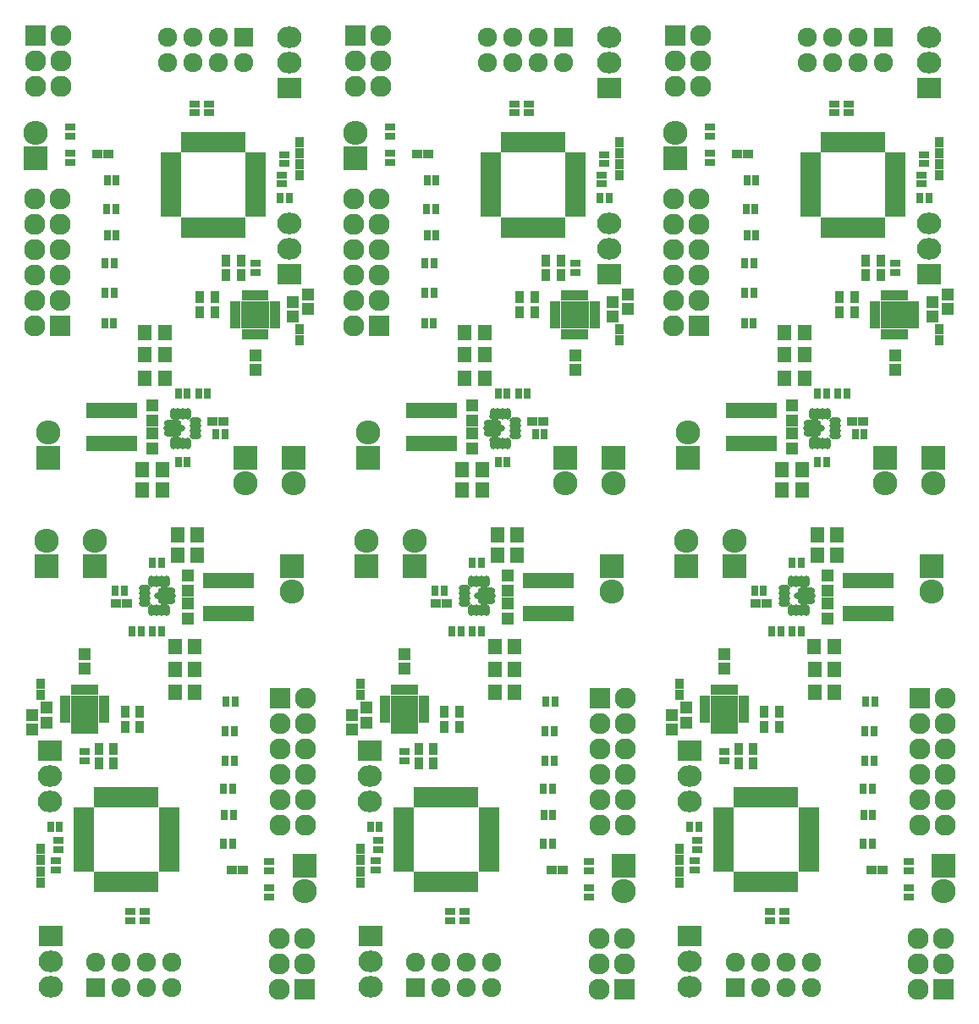
<source format=gts>
G04 #@! TF.FileFunction,Soldermask,Top*
%FSLAX46Y46*%
G04 Gerber Fmt 4.6, Leading zero omitted, Abs format (unit mm)*
G04 Created by KiCad (PCBNEW 4.0.6) date 12/25/17 20:13:07*
%MOMM*%
%LPD*%
G01*
G04 APERTURE LIST*
%ADD10C,0.100000*%
%ADD11R,1.000000X0.800000*%
%ADD12R,0.900000X1.000000*%
%ADD13R,0.900000X1.300000*%
%ADD14R,2.432000X2.127200*%
%ADD15O,2.432000X2.127200*%
%ADD16R,0.800000X1.000000*%
%ADD17R,1.924000X1.924000*%
%ADD18C,1.924000*%
%ADD19R,1.000000X0.900000*%
%ADD20R,2.000000X0.950000*%
%ADD21R,0.950000X2.000000*%
%ADD22R,2.127200X2.127200*%
%ADD23O,2.127200X2.127200*%
%ADD24R,2.432000X2.432000*%
%ADD25O,2.432000X2.432000*%
%ADD26R,1.150000X1.200000*%
%ADD27R,1.400000X1.650000*%
%ADD28R,5.100000X1.600000*%
%ADD29O,1.150000X0.650000*%
%ADD30O,0.650000X1.150000*%
%ADD31O,1.750000X0.650000*%
%ADD32O,2.150000X0.650000*%
%ADD33R,0.700000X1.130000*%
%ADD34R,1.130000X0.700000*%
%ADD35R,1.650000X1.650000*%
G04 APERTURE END LIST*
D10*
D11*
X29190566Y83744476D03*
X29190566Y82844476D03*
X29444566Y84876476D03*
X29444566Y85776476D03*
D12*
X30968566Y84802476D03*
X30968566Y83702476D03*
X30968566Y87046476D03*
X30968566Y85946476D03*
D13*
X23614566Y75159276D03*
X25114566Y75159276D03*
D14*
X30002566Y73838476D03*
D15*
X30002566Y76378476D03*
X30002566Y78918476D03*
D13*
X23614566Y73736876D03*
X25114566Y73736876D03*
D11*
X26554166Y73984754D03*
X26554166Y74884754D03*
D16*
X29052566Y81458476D03*
X29952566Y81458476D03*
D17*
X25424566Y97536476D03*
D18*
X25424566Y94996476D03*
X22884566Y97536476D03*
X22884566Y94996476D03*
X20344566Y97536476D03*
X20344566Y94996476D03*
X17804566Y97536476D03*
X17804566Y94996476D03*
D11*
X20503766Y89956476D03*
X20503766Y90856476D03*
D14*
X29952566Y92416476D03*
D15*
X29952566Y94956476D03*
X29952566Y97496476D03*
D11*
X21926166Y89949276D03*
X21926166Y90849276D03*
D19*
X11812566Y85790476D03*
X10712566Y85790476D03*
D16*
X11668566Y80332876D03*
X12568566Y80332876D03*
X11734566Y83172476D03*
X12634566Y83172476D03*
X11734566Y77672476D03*
X12634566Y77672476D03*
D20*
X26594566Y79946476D03*
X26594566Y80746476D03*
X26594566Y81546476D03*
X26594566Y82346476D03*
X26594566Y83146476D03*
X26594566Y83946476D03*
X26594566Y84746476D03*
X26594566Y85546476D03*
D21*
X25144566Y86996476D03*
X24344566Y86996476D03*
X23544566Y86996476D03*
X22744566Y86996476D03*
X21944566Y86996476D03*
X21144566Y86996476D03*
X20344566Y86996476D03*
X19544566Y86996476D03*
D20*
X18094566Y85546476D03*
X18094566Y84746476D03*
X18094566Y83946476D03*
X18094566Y83146476D03*
X18094566Y82346476D03*
X18094566Y81546476D03*
X18094566Y80746476D03*
X18094566Y79946476D03*
D21*
X19544566Y78496476D03*
X20344566Y78496476D03*
X21144566Y78496476D03*
X21944566Y78496476D03*
X22744566Y78496476D03*
X23544566Y78496476D03*
X24344566Y78496476D03*
X25144566Y78496476D03*
D22*
X4552566Y97714476D03*
D23*
X7092566Y97714476D03*
X4552566Y95174476D03*
X7092566Y95174476D03*
X4552566Y92634476D03*
X7092566Y92634476D03*
D11*
X8054566Y85870476D03*
X8054566Y84970476D03*
D24*
X4554566Y85370476D03*
D25*
X4554566Y87910476D03*
D11*
X8054566Y88520476D03*
X8054566Y87620476D03*
X40054566Y88520476D03*
X40054566Y87620476D03*
X40054566Y85870476D03*
X40054566Y84970476D03*
D24*
X36554566Y85370476D03*
D25*
X36554566Y87910476D03*
D22*
X36552566Y97714476D03*
D23*
X39092566Y97714476D03*
X36552566Y95174476D03*
X39092566Y95174476D03*
X36552566Y92634476D03*
X39092566Y92634476D03*
D19*
X43812566Y85790476D03*
X42712566Y85790476D03*
X75812566Y85790476D03*
X74712566Y85790476D03*
D24*
X68554566Y85370476D03*
D25*
X68554566Y87910476D03*
D11*
X72054566Y88520476D03*
X72054566Y87620476D03*
X72054566Y85870476D03*
X72054566Y84970476D03*
D16*
X75734566Y83172476D03*
X76634566Y83172476D03*
D22*
X70974566Y68592476D03*
D23*
X68434566Y68592476D03*
X70974566Y71132476D03*
X68434566Y71132476D03*
X70974566Y73672476D03*
X68434566Y73672476D03*
X70974566Y76212476D03*
X68434566Y76212476D03*
X70974566Y78752476D03*
X68434566Y78752476D03*
X70974566Y81292476D03*
X68434566Y81292476D03*
D16*
X93052566Y81458476D03*
X93952566Y81458476D03*
D11*
X93444566Y84876476D03*
X93444566Y85776476D03*
D12*
X94968566Y87046476D03*
X94968566Y85946476D03*
X94968566Y84802476D03*
X94968566Y83702476D03*
D11*
X93190566Y83744476D03*
X93190566Y82844476D03*
X84503766Y89956476D03*
X84503766Y90856476D03*
X85926166Y89949276D03*
X85926166Y90849276D03*
D17*
X89424566Y97536476D03*
D18*
X89424566Y94996476D03*
X86884566Y97536476D03*
X86884566Y94996476D03*
X84344566Y97536476D03*
X84344566Y94996476D03*
X81804566Y97536476D03*
X81804566Y94996476D03*
D20*
X90594566Y79946476D03*
X90594566Y80746476D03*
X90594566Y81546476D03*
X90594566Y82346476D03*
X90594566Y83146476D03*
X90594566Y83946476D03*
X90594566Y84746476D03*
X90594566Y85546476D03*
D21*
X89144566Y86996476D03*
X88344566Y86996476D03*
X87544566Y86996476D03*
X86744566Y86996476D03*
X85944566Y86996476D03*
X85144566Y86996476D03*
X84344566Y86996476D03*
X83544566Y86996476D03*
D20*
X82094566Y85546476D03*
X82094566Y84746476D03*
X82094566Y83946476D03*
X82094566Y83146476D03*
X82094566Y82346476D03*
X82094566Y81546476D03*
X82094566Y80746476D03*
X82094566Y79946476D03*
D21*
X83544566Y78496476D03*
X84344566Y78496476D03*
X85144566Y78496476D03*
X85944566Y78496476D03*
X86744566Y78496476D03*
X87544566Y78496476D03*
X88344566Y78496476D03*
X89144566Y78496476D03*
D14*
X93952566Y92416476D03*
D15*
X93952566Y94956476D03*
X93952566Y97496476D03*
D22*
X68552566Y97714476D03*
D23*
X71092566Y97714476D03*
X68552566Y95174476D03*
X71092566Y95174476D03*
X68552566Y92634476D03*
X71092566Y92634476D03*
D11*
X90554166Y73984754D03*
X90554166Y74884754D03*
D13*
X87614566Y75159276D03*
X89114566Y75159276D03*
X87614566Y73736876D03*
X89114566Y73736876D03*
D14*
X94002566Y73838476D03*
D15*
X94002566Y76378476D03*
X94002566Y78918476D03*
D26*
X95804166Y70284754D03*
X95804166Y71784754D03*
D16*
X75668566Y80332876D03*
X76568566Y80332876D03*
X75734566Y77672476D03*
X76634566Y77672476D03*
X75534566Y74922476D03*
X76434566Y74922476D03*
X75534566Y71922476D03*
X76434566Y71922476D03*
D26*
X80231541Y56345817D03*
X80231541Y57845817D03*
D27*
X81236566Y54280476D03*
X79236566Y54280476D03*
D28*
X76167541Y60163817D03*
X76167541Y56853817D03*
D26*
X80231541Y60663817D03*
X80231541Y59163817D03*
D24*
X69812566Y55422076D03*
D25*
X69812566Y57962076D03*
D27*
X81236566Y52248476D03*
X79236566Y52248476D03*
X81490566Y65765629D03*
X79490566Y65765629D03*
D16*
X75484566Y68922476D03*
X76384566Y68922476D03*
D27*
X81490566Y67996476D03*
X79490566Y67996476D03*
X81506566Y63424476D03*
X79506566Y63424476D03*
D16*
X83734566Y61900476D03*
X82834566Y61900476D03*
X85766566Y61900476D03*
X84866566Y61900476D03*
X83734566Y55042476D03*
X82834566Y55042476D03*
D29*
X84549541Y57627817D03*
X84549541Y58127817D03*
X84549541Y58627817D03*
X84549541Y59127817D03*
D30*
X83824541Y59852817D03*
X83324541Y59852817D03*
X82824541Y59852817D03*
X82324541Y59852817D03*
D31*
X82299541Y58877817D03*
D32*
X82474541Y58377817D03*
D31*
X82299541Y57877817D03*
D30*
X82324541Y56902817D03*
X82824541Y56902817D03*
X83324541Y56902817D03*
X83824541Y56902817D03*
D29*
X82574541Y57177817D03*
X82574541Y59577817D03*
D13*
X86504166Y71484754D03*
X85004166Y71484754D03*
X86504166Y69984754D03*
X85004166Y69984754D03*
D12*
X94968566Y68292476D03*
X94968566Y67192476D03*
D26*
X90554166Y65698476D03*
X90554166Y64198476D03*
D33*
X91519166Y71699754D03*
X91019166Y71699754D03*
X90519166Y71699754D03*
X90019166Y71699754D03*
X89519166Y71699754D03*
D34*
X88554166Y70734754D03*
X88554166Y70234754D03*
X88554166Y69734754D03*
X88554166Y69234754D03*
X88554166Y68734754D03*
D33*
X89519166Y67769754D03*
X90019166Y67769754D03*
X90519166Y67769754D03*
X91019166Y67769754D03*
X91519166Y67769754D03*
D34*
X92484166Y68734754D03*
X92484166Y69234754D03*
X92484166Y69734754D03*
X92484166Y70234754D03*
X92484166Y70734754D03*
D35*
X89894166Y69109754D03*
X91144166Y69109754D03*
X89894166Y70359754D03*
X91144166Y70359754D03*
D26*
X94304166Y69534754D03*
X94304166Y71034754D03*
D24*
X94358966Y55398076D03*
D25*
X94358966Y52858076D03*
D19*
X86290566Y59106476D03*
X87390566Y59106476D03*
D24*
X89532966Y55398076D03*
D25*
X89532966Y52858076D03*
D16*
X86586566Y57836476D03*
X87486566Y57836476D03*
D26*
X16231541Y60663817D03*
X16231541Y59163817D03*
X16231541Y56345817D03*
X16231541Y57845817D03*
D28*
X12167541Y60163817D03*
X12167541Y56853817D03*
D27*
X17236566Y52248476D03*
X15236566Y52248476D03*
X17236566Y54280476D03*
X15236566Y54280476D03*
D13*
X22504166Y69984754D03*
X21004166Y69984754D03*
D27*
X17490566Y67996476D03*
X15490566Y67996476D03*
D16*
X11484566Y68922476D03*
X12384566Y68922476D03*
D13*
X22504166Y71484754D03*
X21004166Y71484754D03*
D27*
X17490566Y65765629D03*
X15490566Y65765629D03*
X17506566Y63424476D03*
X15506566Y63424476D03*
D16*
X22586566Y57836476D03*
X23486566Y57836476D03*
D24*
X25532966Y55398076D03*
D25*
X25532966Y52858076D03*
D24*
X30358966Y55398076D03*
D25*
X30358966Y52858076D03*
D16*
X19734566Y61900476D03*
X18834566Y61900476D03*
X21766566Y61900476D03*
X20866566Y61900476D03*
D29*
X20549541Y57627817D03*
X20549541Y58127817D03*
X20549541Y58627817D03*
X20549541Y59127817D03*
D30*
X19824541Y59852817D03*
X19324541Y59852817D03*
X18824541Y59852817D03*
X18324541Y59852817D03*
D31*
X18299541Y58877817D03*
D32*
X18474541Y58377817D03*
D31*
X18299541Y57877817D03*
D30*
X18324541Y56902817D03*
X18824541Y56902817D03*
X19324541Y56902817D03*
X19824541Y56902817D03*
D29*
X18574541Y57177817D03*
X18574541Y59577817D03*
D19*
X22290566Y59106476D03*
X23390566Y59106476D03*
D16*
X19734566Y55042476D03*
X18834566Y55042476D03*
X11534566Y74922476D03*
X12434566Y74922476D03*
D24*
X5812566Y55422076D03*
D25*
X5812566Y57962076D03*
D16*
X11534566Y71922476D03*
X12434566Y71922476D03*
D22*
X6974566Y68592476D03*
D23*
X4434566Y68592476D03*
X6974566Y71132476D03*
X4434566Y71132476D03*
X6974566Y73672476D03*
X4434566Y73672476D03*
X6974566Y76212476D03*
X4434566Y76212476D03*
X6974566Y78752476D03*
X4434566Y78752476D03*
X6974566Y81292476D03*
X4434566Y81292476D03*
D33*
X27519166Y71699754D03*
X27019166Y71699754D03*
X26519166Y71699754D03*
X26019166Y71699754D03*
X25519166Y71699754D03*
D34*
X24554166Y70734754D03*
X24554166Y70234754D03*
X24554166Y69734754D03*
X24554166Y69234754D03*
X24554166Y68734754D03*
D33*
X25519166Y67769754D03*
X26019166Y67769754D03*
X26519166Y67769754D03*
X27019166Y67769754D03*
X27519166Y67769754D03*
D34*
X28484166Y68734754D03*
X28484166Y69234754D03*
X28484166Y69734754D03*
X28484166Y70234754D03*
X28484166Y70734754D03*
D35*
X25894166Y69109754D03*
X27144166Y69109754D03*
X25894166Y70359754D03*
X27144166Y70359754D03*
D26*
X30304166Y69534754D03*
X30304166Y71034754D03*
D12*
X30968566Y68292476D03*
X30968566Y67192476D03*
D26*
X31804166Y70284754D03*
X31804166Y71784754D03*
X26554166Y65698476D03*
X26554166Y64198476D03*
D24*
X37812566Y55422076D03*
D25*
X37812566Y57962076D03*
D16*
X43668566Y80332876D03*
X44568566Y80332876D03*
X43534566Y74922476D03*
X44434566Y74922476D03*
D22*
X38974566Y68592476D03*
D23*
X36434566Y68592476D03*
X38974566Y71132476D03*
X36434566Y71132476D03*
X38974566Y73672476D03*
X36434566Y73672476D03*
X38974566Y76212476D03*
X36434566Y76212476D03*
X38974566Y78752476D03*
X36434566Y78752476D03*
X38974566Y81292476D03*
X36434566Y81292476D03*
D16*
X43734566Y77672476D03*
X44634566Y77672476D03*
X43734566Y83172476D03*
X44634566Y83172476D03*
D11*
X61190566Y83744476D03*
X61190566Y82844476D03*
D16*
X61052566Y81458476D03*
X61952566Y81458476D03*
D14*
X62002566Y73838476D03*
D15*
X62002566Y76378476D03*
X62002566Y78918476D03*
D11*
X61444566Y84876476D03*
X61444566Y85776476D03*
D12*
X62968566Y84802476D03*
X62968566Y83702476D03*
X62968566Y87046476D03*
X62968566Y85946476D03*
D14*
X61952566Y92416476D03*
D15*
X61952566Y94956476D03*
X61952566Y97496476D03*
D11*
X53926166Y89949276D03*
X53926166Y90849276D03*
X52503766Y89956476D03*
X52503766Y90856476D03*
D17*
X57424566Y97536476D03*
D18*
X57424566Y94996476D03*
X54884566Y97536476D03*
X54884566Y94996476D03*
X52344566Y97536476D03*
X52344566Y94996476D03*
X49804566Y97536476D03*
X49804566Y94996476D03*
D11*
X58554166Y73984754D03*
X58554166Y74884754D03*
D13*
X55614566Y75159276D03*
X57114566Y75159276D03*
D20*
X58594566Y79946476D03*
X58594566Y80746476D03*
X58594566Y81546476D03*
X58594566Y82346476D03*
X58594566Y83146476D03*
X58594566Y83946476D03*
X58594566Y84746476D03*
X58594566Y85546476D03*
D21*
X57144566Y86996476D03*
X56344566Y86996476D03*
X55544566Y86996476D03*
X54744566Y86996476D03*
X53944566Y86996476D03*
X53144566Y86996476D03*
X52344566Y86996476D03*
X51544566Y86996476D03*
D20*
X50094566Y85546476D03*
X50094566Y84746476D03*
X50094566Y83946476D03*
X50094566Y83146476D03*
X50094566Y82346476D03*
X50094566Y81546476D03*
X50094566Y80746476D03*
X50094566Y79946476D03*
D21*
X51544566Y78496476D03*
X52344566Y78496476D03*
X53144566Y78496476D03*
X53944566Y78496476D03*
X54744566Y78496476D03*
X55544566Y78496476D03*
X56344566Y78496476D03*
X57144566Y78496476D03*
D13*
X54504166Y71484754D03*
X53004166Y71484754D03*
X55614566Y73736876D03*
X57114566Y73736876D03*
D27*
X49506566Y63424476D03*
X47506566Y63424476D03*
D16*
X43484566Y68922476D03*
X44384566Y68922476D03*
X43534566Y71922476D03*
X44434566Y71922476D03*
D27*
X49490566Y65765629D03*
X47490566Y65765629D03*
X49490566Y67996476D03*
X47490566Y67996476D03*
D16*
X51734566Y61900476D03*
X50834566Y61900476D03*
D26*
X48231541Y60663817D03*
X48231541Y59163817D03*
D27*
X49236566Y54280476D03*
X47236566Y54280476D03*
X49236566Y52248476D03*
X47236566Y52248476D03*
D29*
X52549541Y57627817D03*
X52549541Y58127817D03*
X52549541Y58627817D03*
X52549541Y59127817D03*
D30*
X51824541Y59852817D03*
X51324541Y59852817D03*
X50824541Y59852817D03*
X50324541Y59852817D03*
D31*
X50299541Y58877817D03*
D32*
X50474541Y58377817D03*
D31*
X50299541Y57877817D03*
D30*
X50324541Y56902817D03*
X50824541Y56902817D03*
X51324541Y56902817D03*
X51824541Y56902817D03*
D29*
X50574541Y57177817D03*
X50574541Y59577817D03*
D26*
X48231541Y56345817D03*
X48231541Y57845817D03*
D28*
X44167541Y60163817D03*
X44167541Y56853817D03*
D16*
X51734566Y55042476D03*
X50834566Y55042476D03*
D26*
X58554166Y65698476D03*
X58554166Y64198476D03*
D13*
X54504166Y69984754D03*
X53004166Y69984754D03*
D12*
X62968566Y68292476D03*
X62968566Y67192476D03*
D26*
X63804166Y70284754D03*
X63804166Y71784754D03*
D33*
X59519166Y71699754D03*
X59019166Y71699754D03*
X58519166Y71699754D03*
X58019166Y71699754D03*
X57519166Y71699754D03*
D34*
X56554166Y70734754D03*
X56554166Y70234754D03*
X56554166Y69734754D03*
X56554166Y69234754D03*
X56554166Y68734754D03*
D33*
X57519166Y67769754D03*
X58019166Y67769754D03*
X58519166Y67769754D03*
X59019166Y67769754D03*
X59519166Y67769754D03*
D34*
X60484166Y68734754D03*
X60484166Y69234754D03*
X60484166Y69734754D03*
X60484166Y70234754D03*
X60484166Y70734754D03*
D35*
X57894166Y69109754D03*
X59144166Y69109754D03*
X57894166Y70359754D03*
X59144166Y70359754D03*
D26*
X62304166Y69534754D03*
X62304166Y71034754D03*
D24*
X57532966Y55398076D03*
D25*
X57532966Y52858076D03*
D19*
X54290566Y59106476D03*
X55390566Y59106476D03*
D16*
X54586566Y57836476D03*
X55486566Y57836476D03*
D24*
X62358966Y55398076D03*
D25*
X62358966Y52858076D03*
D16*
X53766566Y61900476D03*
X52866566Y61900476D03*
X70948000Y18542000D03*
X70048000Y18542000D03*
D12*
X69032000Y15198000D03*
X69032000Y16298000D03*
D11*
X70810000Y16256000D03*
X70810000Y17156000D03*
D12*
X69032000Y12954000D03*
X69032000Y14054000D03*
D11*
X70556000Y15124000D03*
X70556000Y14224000D03*
D16*
X88466000Y25078000D03*
X87566000Y25078000D03*
D13*
X77496400Y30015722D03*
X78996400Y30015722D03*
X77496400Y28515722D03*
X78996400Y28515722D03*
D16*
X88466000Y28078000D03*
X87566000Y28078000D03*
D13*
X76386000Y26263600D03*
X74886000Y26263600D03*
D17*
X74576000Y2464000D03*
D18*
X74576000Y5004000D03*
X77116000Y2464000D03*
X77116000Y5004000D03*
X79656000Y2464000D03*
X79656000Y5004000D03*
X82196000Y2464000D03*
X82196000Y5004000D03*
D22*
X93026000Y31408000D03*
D23*
X95566000Y31408000D03*
X93026000Y28868000D03*
X95566000Y28868000D03*
X93026000Y26328000D03*
X95566000Y26328000D03*
X93026000Y23788000D03*
X95566000Y23788000D03*
X93026000Y21248000D03*
X95566000Y21248000D03*
X93026000Y18708000D03*
X95566000Y18708000D03*
D11*
X91946000Y11480000D03*
X91946000Y12380000D03*
X91946000Y14130000D03*
X91946000Y15030000D03*
D24*
X95446000Y14630000D03*
D25*
X95446000Y12090000D03*
D11*
X78074400Y10051200D03*
X78074400Y9151200D03*
X79496800Y10044000D03*
X79496800Y9144000D03*
D14*
X70048000Y7584000D03*
D15*
X70048000Y5044000D03*
X70048000Y2504000D03*
D22*
X95448000Y2286000D03*
D23*
X92908000Y2286000D03*
X95448000Y4826000D03*
X92908000Y4826000D03*
X95448000Y7366000D03*
X92908000Y7366000D03*
D19*
X88188000Y14210000D03*
X89288000Y14210000D03*
D16*
X88332000Y19667600D03*
X87432000Y19667600D03*
X88266000Y16828000D03*
X87366000Y16828000D03*
X88266000Y22328000D03*
X87366000Y22328000D03*
D20*
X73406000Y20054000D03*
X73406000Y19254000D03*
X73406000Y18454000D03*
X73406000Y17654000D03*
X73406000Y16854000D03*
X73406000Y16054000D03*
X73406000Y15254000D03*
X73406000Y14454000D03*
D21*
X74856000Y13004000D03*
X75656000Y13004000D03*
X76456000Y13004000D03*
X77256000Y13004000D03*
X78056000Y13004000D03*
X78856000Y13004000D03*
X79656000Y13004000D03*
X80456000Y13004000D03*
D20*
X81906000Y14454000D03*
X81906000Y15254000D03*
X81906000Y16054000D03*
X81906000Y16854000D03*
X81906000Y17654000D03*
X81906000Y18454000D03*
X81906000Y19254000D03*
X81906000Y20054000D03*
D21*
X80456000Y21504000D03*
X79656000Y21504000D03*
X78856000Y21504000D03*
X78056000Y21504000D03*
X77256000Y21504000D03*
X76456000Y21504000D03*
X75656000Y21504000D03*
X74856000Y21504000D03*
D11*
X73446400Y26015722D03*
X73446400Y25115722D03*
D13*
X76386000Y24841200D03*
X74886000Y24841200D03*
D14*
X69998000Y26162000D03*
D15*
X69998000Y23622000D03*
X69998000Y21082000D03*
D33*
X72481400Y28300722D03*
X72981400Y28300722D03*
X73481400Y28300722D03*
X73981400Y28300722D03*
X74481400Y28300722D03*
D34*
X75446400Y29265722D03*
X75446400Y29765722D03*
X75446400Y30265722D03*
X75446400Y30765722D03*
X75446400Y31265722D03*
D33*
X74481400Y32230722D03*
X73981400Y32230722D03*
X73481400Y32230722D03*
X72981400Y32230722D03*
X72481400Y32230722D03*
D34*
X71516400Y31265722D03*
X71516400Y30765722D03*
X71516400Y30265722D03*
X71516400Y29765722D03*
X71516400Y29265722D03*
D35*
X74106400Y30890722D03*
X72856400Y30890722D03*
X74106400Y29640722D03*
X72856400Y29640722D03*
D26*
X68196400Y29715722D03*
X68196400Y28215722D03*
X73446400Y34302000D03*
X73446400Y35802000D03*
X69696400Y30465722D03*
X69696400Y28965722D03*
D12*
X69032000Y31708000D03*
X69032000Y32808000D03*
D16*
X80266000Y38100000D03*
X81166000Y38100000D03*
X78234000Y38100000D03*
X79134000Y38100000D03*
D29*
X79451025Y42372659D03*
X79451025Y41872659D03*
X79451025Y41372659D03*
X79451025Y40872659D03*
D30*
X80176025Y40147659D03*
X80676025Y40147659D03*
X81176025Y40147659D03*
X81676025Y40147659D03*
D31*
X81701025Y41122659D03*
D32*
X81526025Y41622659D03*
D31*
X81701025Y42122659D03*
D30*
X81676025Y43097659D03*
X81176025Y43097659D03*
X80676025Y43097659D03*
X80176025Y43097659D03*
D29*
X81426025Y42822659D03*
X81426025Y40422659D03*
D24*
X69641600Y44602400D03*
D25*
X69641600Y47142400D03*
D24*
X74467600Y44602400D03*
D25*
X74467600Y47142400D03*
D16*
X80266000Y44958000D03*
X81166000Y44958000D03*
X77414000Y42164000D03*
X76514000Y42164000D03*
D19*
X77710000Y40894000D03*
X76610000Y40894000D03*
D24*
X94188000Y44578400D03*
D25*
X94188000Y42038400D03*
D27*
X82764000Y45720000D03*
X84764000Y45720000D03*
D26*
X83769025Y43654659D03*
X83769025Y42154659D03*
D28*
X87833025Y39836659D03*
X87833025Y43146659D03*
D27*
X82764000Y47752000D03*
X84764000Y47752000D03*
D26*
X83769025Y39336659D03*
X83769025Y40836659D03*
D27*
X82494000Y36576000D03*
X84494000Y36576000D03*
D16*
X88516000Y31078000D03*
X87616000Y31078000D03*
D27*
X82510000Y34234847D03*
X84510000Y34234847D03*
X82510000Y32004000D03*
X84510000Y32004000D03*
D16*
X38948000Y18542000D03*
X38048000Y18542000D03*
D12*
X37032000Y15198000D03*
X37032000Y16298000D03*
D11*
X38810000Y16256000D03*
X38810000Y17156000D03*
D12*
X37032000Y12954000D03*
X37032000Y14054000D03*
D11*
X38556000Y15124000D03*
X38556000Y14224000D03*
D16*
X56466000Y25078000D03*
X55566000Y25078000D03*
D13*
X45496400Y30015722D03*
X46996400Y30015722D03*
X45496400Y28515722D03*
X46996400Y28515722D03*
D16*
X56466000Y28078000D03*
X55566000Y28078000D03*
D13*
X44386000Y26263600D03*
X42886000Y26263600D03*
D17*
X42576000Y2464000D03*
D18*
X42576000Y5004000D03*
X45116000Y2464000D03*
X45116000Y5004000D03*
X47656000Y2464000D03*
X47656000Y5004000D03*
X50196000Y2464000D03*
X50196000Y5004000D03*
D22*
X61026000Y31408000D03*
D23*
X63566000Y31408000D03*
X61026000Y28868000D03*
X63566000Y28868000D03*
X61026000Y26328000D03*
X63566000Y26328000D03*
X61026000Y23788000D03*
X63566000Y23788000D03*
X61026000Y21248000D03*
X63566000Y21248000D03*
X61026000Y18708000D03*
X63566000Y18708000D03*
D11*
X59946000Y11480000D03*
X59946000Y12380000D03*
X59946000Y14130000D03*
X59946000Y15030000D03*
D24*
X63446000Y14630000D03*
D25*
X63446000Y12090000D03*
D11*
X46074400Y10051200D03*
X46074400Y9151200D03*
X47496800Y10044000D03*
X47496800Y9144000D03*
D14*
X38048000Y7584000D03*
D15*
X38048000Y5044000D03*
X38048000Y2504000D03*
D22*
X63448000Y2286000D03*
D23*
X60908000Y2286000D03*
X63448000Y4826000D03*
X60908000Y4826000D03*
X63448000Y7366000D03*
X60908000Y7366000D03*
D19*
X56188000Y14210000D03*
X57288000Y14210000D03*
D16*
X56332000Y19667600D03*
X55432000Y19667600D03*
X56266000Y16828000D03*
X55366000Y16828000D03*
X56266000Y22328000D03*
X55366000Y22328000D03*
D20*
X41406000Y20054000D03*
X41406000Y19254000D03*
X41406000Y18454000D03*
X41406000Y17654000D03*
X41406000Y16854000D03*
X41406000Y16054000D03*
X41406000Y15254000D03*
X41406000Y14454000D03*
D21*
X42856000Y13004000D03*
X43656000Y13004000D03*
X44456000Y13004000D03*
X45256000Y13004000D03*
X46056000Y13004000D03*
X46856000Y13004000D03*
X47656000Y13004000D03*
X48456000Y13004000D03*
D20*
X49906000Y14454000D03*
X49906000Y15254000D03*
X49906000Y16054000D03*
X49906000Y16854000D03*
X49906000Y17654000D03*
X49906000Y18454000D03*
X49906000Y19254000D03*
X49906000Y20054000D03*
D21*
X48456000Y21504000D03*
X47656000Y21504000D03*
X46856000Y21504000D03*
X46056000Y21504000D03*
X45256000Y21504000D03*
X44456000Y21504000D03*
X43656000Y21504000D03*
X42856000Y21504000D03*
D11*
X41446400Y26015722D03*
X41446400Y25115722D03*
D13*
X44386000Y24841200D03*
X42886000Y24841200D03*
D14*
X37998000Y26162000D03*
D15*
X37998000Y23622000D03*
X37998000Y21082000D03*
D33*
X40481400Y28300722D03*
X40981400Y28300722D03*
X41481400Y28300722D03*
X41981400Y28300722D03*
X42481400Y28300722D03*
D34*
X43446400Y29265722D03*
X43446400Y29765722D03*
X43446400Y30265722D03*
X43446400Y30765722D03*
X43446400Y31265722D03*
D33*
X42481400Y32230722D03*
X41981400Y32230722D03*
X41481400Y32230722D03*
X40981400Y32230722D03*
X40481400Y32230722D03*
D34*
X39516400Y31265722D03*
X39516400Y30765722D03*
X39516400Y30265722D03*
X39516400Y29765722D03*
X39516400Y29265722D03*
D35*
X42106400Y30890722D03*
X40856400Y30890722D03*
X42106400Y29640722D03*
X40856400Y29640722D03*
D26*
X36196400Y29715722D03*
X36196400Y28215722D03*
X41446400Y34302000D03*
X41446400Y35802000D03*
X37696400Y30465722D03*
X37696400Y28965722D03*
D12*
X37032000Y31708000D03*
X37032000Y32808000D03*
D16*
X48266000Y38100000D03*
X49166000Y38100000D03*
X46234000Y38100000D03*
X47134000Y38100000D03*
D29*
X47451025Y42372659D03*
X47451025Y41872659D03*
X47451025Y41372659D03*
X47451025Y40872659D03*
D30*
X48176025Y40147659D03*
X48676025Y40147659D03*
X49176025Y40147659D03*
X49676025Y40147659D03*
D31*
X49701025Y41122659D03*
D32*
X49526025Y41622659D03*
D31*
X49701025Y42122659D03*
D30*
X49676025Y43097659D03*
X49176025Y43097659D03*
X48676025Y43097659D03*
X48176025Y43097659D03*
D29*
X49426025Y42822659D03*
X49426025Y40422659D03*
D24*
X37641600Y44602400D03*
D25*
X37641600Y47142400D03*
D24*
X42467600Y44602400D03*
D25*
X42467600Y47142400D03*
D16*
X48266000Y44958000D03*
X49166000Y44958000D03*
X45414000Y42164000D03*
X44514000Y42164000D03*
D19*
X45710000Y40894000D03*
X44610000Y40894000D03*
D24*
X62188000Y44578400D03*
D25*
X62188000Y42038400D03*
D27*
X50764000Y45720000D03*
X52764000Y45720000D03*
D26*
X51769025Y43654659D03*
X51769025Y42154659D03*
D28*
X55833025Y39836659D03*
X55833025Y43146659D03*
D27*
X50764000Y47752000D03*
X52764000Y47752000D03*
D26*
X51769025Y39336659D03*
X51769025Y40836659D03*
D27*
X50494000Y36576000D03*
X52494000Y36576000D03*
D16*
X56516000Y31078000D03*
X55616000Y31078000D03*
D27*
X50510000Y34234847D03*
X52510000Y34234847D03*
X50510000Y32004000D03*
X52510000Y32004000D03*
D20*
X9406000Y20054000D03*
X9406000Y19254000D03*
X9406000Y18454000D03*
X9406000Y17654000D03*
X9406000Y16854000D03*
X9406000Y16054000D03*
X9406000Y15254000D03*
X9406000Y14454000D03*
D21*
X10856000Y13004000D03*
X11656000Y13004000D03*
X12456000Y13004000D03*
X13256000Y13004000D03*
X14056000Y13004000D03*
X14856000Y13004000D03*
X15656000Y13004000D03*
X16456000Y13004000D03*
D20*
X17906000Y14454000D03*
X17906000Y15254000D03*
X17906000Y16054000D03*
X17906000Y16854000D03*
X17906000Y17654000D03*
X17906000Y18454000D03*
X17906000Y19254000D03*
X17906000Y20054000D03*
D21*
X16456000Y21504000D03*
X15656000Y21504000D03*
X14856000Y21504000D03*
X14056000Y21504000D03*
X13256000Y21504000D03*
X12456000Y21504000D03*
X11656000Y21504000D03*
X10856000Y21504000D03*
D22*
X31448000Y2286000D03*
D23*
X28908000Y2286000D03*
X31448000Y4826000D03*
X28908000Y4826000D03*
X31448000Y7366000D03*
X28908000Y7366000D03*
D24*
X5641600Y44602400D03*
D25*
X5641600Y47142400D03*
D24*
X10467600Y44602400D03*
D25*
X10467600Y47142400D03*
D22*
X29026000Y31408000D03*
D23*
X31566000Y31408000D03*
X29026000Y28868000D03*
X31566000Y28868000D03*
X29026000Y26328000D03*
X31566000Y26328000D03*
X29026000Y23788000D03*
X31566000Y23788000D03*
X29026000Y21248000D03*
X31566000Y21248000D03*
X29026000Y18708000D03*
X31566000Y18708000D03*
D14*
X5998000Y26162000D03*
D15*
X5998000Y23622000D03*
X5998000Y21082000D03*
D14*
X6048000Y7584000D03*
D15*
X6048000Y5044000D03*
X6048000Y2504000D03*
D24*
X30188000Y44578400D03*
D25*
X30188000Y42038400D03*
D24*
X31446000Y14630000D03*
D25*
X31446000Y12090000D03*
D33*
X8481400Y28300722D03*
X8981400Y28300722D03*
X9481400Y28300722D03*
X9981400Y28300722D03*
X10481400Y28300722D03*
D34*
X11446400Y29265722D03*
X11446400Y29765722D03*
X11446400Y30265722D03*
X11446400Y30765722D03*
X11446400Y31265722D03*
D33*
X10481400Y32230722D03*
X9981400Y32230722D03*
X9481400Y32230722D03*
X8981400Y32230722D03*
X8481400Y32230722D03*
D34*
X7516400Y31265722D03*
X7516400Y30765722D03*
X7516400Y30265722D03*
X7516400Y29765722D03*
X7516400Y29265722D03*
D35*
X10106400Y30890722D03*
X8856400Y30890722D03*
X10106400Y29640722D03*
X8856400Y29640722D03*
D17*
X10576000Y2464000D03*
D18*
X10576000Y5004000D03*
X13116000Y2464000D03*
X13116000Y5004000D03*
X15656000Y2464000D03*
X15656000Y5004000D03*
X18196000Y2464000D03*
X18196000Y5004000D03*
D12*
X5032000Y31708000D03*
X5032000Y32808000D03*
D19*
X24188000Y14210000D03*
X25288000Y14210000D03*
D12*
X5032000Y12954000D03*
X5032000Y14054000D03*
X5032000Y15198000D03*
X5032000Y16298000D03*
D11*
X9446400Y26015722D03*
X9446400Y25115722D03*
D16*
X24332000Y19667600D03*
X23432000Y19667600D03*
X24266000Y16828000D03*
X23366000Y16828000D03*
X24516000Y31078000D03*
X23616000Y31078000D03*
X24466000Y28078000D03*
X23566000Y28078000D03*
X24466000Y25078000D03*
X23566000Y25078000D03*
X24266000Y22328000D03*
X23366000Y22328000D03*
X6948000Y18542000D03*
X6048000Y18542000D03*
D11*
X6810000Y16256000D03*
X6810000Y17156000D03*
X6556000Y15124000D03*
X6556000Y14224000D03*
X14074400Y10051200D03*
X14074400Y9151200D03*
X15496800Y10044000D03*
X15496800Y9144000D03*
X27946000Y14130000D03*
X27946000Y15030000D03*
X27946000Y11480000D03*
X27946000Y12380000D03*
D26*
X9446400Y34302000D03*
X9446400Y35802000D03*
X19769025Y43654659D03*
X19769025Y42154659D03*
D27*
X18764000Y45720000D03*
X20764000Y45720000D03*
X18764000Y47752000D03*
X20764000Y47752000D03*
D19*
X13710000Y40894000D03*
X12610000Y40894000D03*
D26*
X19769025Y39336659D03*
X19769025Y40836659D03*
D27*
X18510000Y34234847D03*
X20510000Y34234847D03*
X18510000Y32004000D03*
X20510000Y32004000D03*
X18494000Y36576000D03*
X20494000Y36576000D03*
D28*
X23833025Y39836659D03*
X23833025Y43146659D03*
D16*
X16266000Y44958000D03*
X17166000Y44958000D03*
X16266000Y38100000D03*
X17166000Y38100000D03*
X14234000Y38100000D03*
X15134000Y38100000D03*
X13414000Y42164000D03*
X12514000Y42164000D03*
D29*
X15451025Y42372659D03*
X15451025Y41872659D03*
X15451025Y41372659D03*
X15451025Y40872659D03*
D30*
X16176025Y40147659D03*
X16676025Y40147659D03*
X17176025Y40147659D03*
X17676025Y40147659D03*
D31*
X17701025Y41122659D03*
D32*
X17526025Y41622659D03*
D31*
X17701025Y42122659D03*
D30*
X17676025Y43097659D03*
X17176025Y43097659D03*
X16676025Y43097659D03*
X16176025Y43097659D03*
D29*
X17426025Y42822659D03*
X17426025Y40422659D03*
D13*
X13496400Y28515722D03*
X14996400Y28515722D03*
X13496400Y30015722D03*
X14996400Y30015722D03*
X12386000Y26263600D03*
X10886000Y26263600D03*
X12386000Y24841200D03*
X10886000Y24841200D03*
D26*
X4196400Y29715722D03*
X4196400Y28215722D03*
X5696400Y30465722D03*
X5696400Y28965722D03*
M02*

</source>
